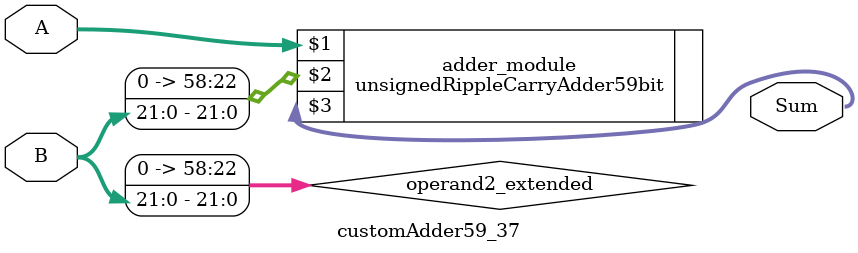
<source format=v>
module customAdder59_37(
                        input [58 : 0] A,
                        input [21 : 0] B,
                        
                        output [59 : 0] Sum
                );

        wire [58 : 0] operand2_extended;
        
        assign operand2_extended =  {37'b0, B};
        
        unsignedRippleCarryAdder59bit adder_module(
            A,
            operand2_extended,
            Sum
        );
        
        endmodule
        
</source>
